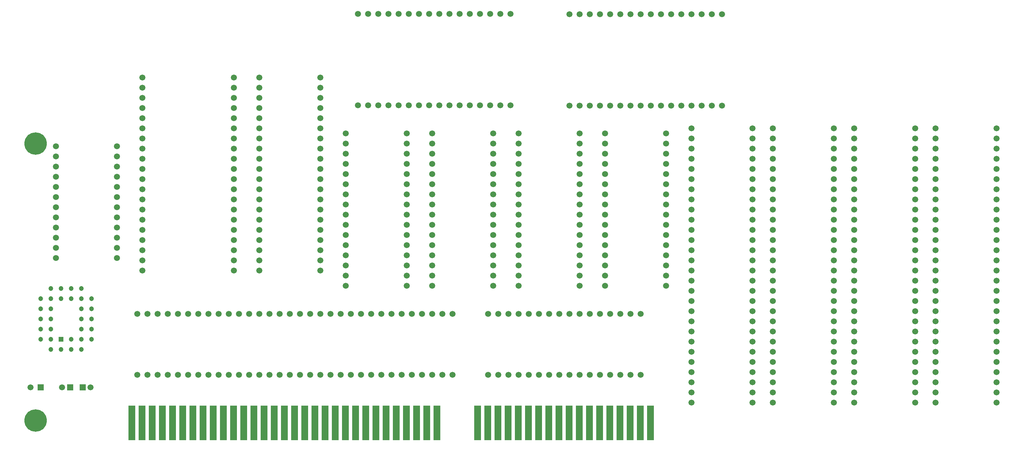
<source format=gbs>
%TF.GenerationSoftware,KiCad,Pcbnew,8.0.5*%
%TF.CreationDate,2024-09-29T20:16:34+02:00*%
%TF.ProjectId,Blitter Board,426c6974-7465-4722-9042-6f6172642e6b,V0*%
%TF.SameCoordinates,PX18392c0PY5563218*%
%TF.FileFunction,Soldermask,Bot*%
%TF.FilePolarity,Negative*%
%FSLAX46Y46*%
G04 Gerber Fmt 4.6, Leading zero omitted, Abs format (unit mm)*
G04 Created by KiCad (PCBNEW 8.0.5) date 2024-09-29 20:16:34*
%MOMM*%
%LPD*%
G01*
G04 APERTURE LIST*
%ADD10C,1.500000*%
%ADD11R,1.500000X1.500000*%
%ADD12R,1.780000X8.620000*%
%ADD13C,1.200000*%
%ADD14R,1.200000X1.200000*%
%ADD15C,5.600000*%
G04 APERTURE END LIST*
D10*
%TO.C,B2*%
X80543000Y32487000D03*
X83083000Y32487000D03*
X85622999Y32487000D03*
X88163000Y32487000D03*
X90703000Y32487000D03*
X93243000Y32487000D03*
X95783000Y32487000D03*
X98323001Y32487000D03*
X100863000Y32487000D03*
X103403000Y32487000D03*
X105943000Y32487000D03*
X108482999Y32487000D03*
X111023000Y32487000D03*
X113563000Y32487000D03*
X116103000Y32487000D03*
X118642999Y32487000D03*
X118642999Y9627000D03*
X116103000Y9627000D03*
X113563000Y9627000D03*
X111023000Y9627000D03*
X108482999Y9627000D03*
X105943000Y9627000D03*
X103403000Y9627000D03*
X100863000Y9627000D03*
X98323001Y9627000D03*
X95783000Y9627000D03*
X93243000Y9627000D03*
X90703000Y9627000D03*
X88163000Y9627000D03*
X85622999Y9627000D03*
X83083000Y9627000D03*
X80543000Y9627000D03*
%TD*%
%TO.C,C2*%
X13727400Y-60960000D03*
D11*
X11727400Y-60960000D03*
%TD*%
D10*
%TO.C,LED1*%
X-1265000Y-60960000D03*
D11*
X1275000Y-60960000D03*
%TD*%
D10*
%TO.C,B16*%
X25400000Y-42545000D03*
X27940000Y-42545000D03*
X30480000Y-42545000D03*
X33020000Y-42545000D03*
X35560000Y-42545000D03*
X38100000Y-42545000D03*
X40640000Y-42545000D03*
X43180000Y-42545000D03*
X45720000Y-42545000D03*
X48260000Y-42545000D03*
X50800000Y-42545000D03*
X53340000Y-42545000D03*
X55880000Y-42545000D03*
X58420000Y-42545000D03*
X60960000Y-42545000D03*
X63500000Y-42545000D03*
X66040000Y-42545000D03*
X68580000Y-42545000D03*
X71120000Y-42545000D03*
X73660000Y-42545000D03*
X76200000Y-42545000D03*
X78740000Y-42545000D03*
X81280000Y-42545000D03*
X83820000Y-42545000D03*
X86360000Y-42545000D03*
X88900000Y-42545000D03*
X91440000Y-42545000D03*
X93980000Y-42545000D03*
X96520000Y-42545000D03*
X99060000Y-42545000D03*
X101600000Y-42545000D03*
X104140000Y-42545000D03*
X104140000Y-57785000D03*
X101600000Y-57785000D03*
X99060000Y-57785000D03*
X96520000Y-57785000D03*
X93980000Y-57785000D03*
X91440000Y-57785000D03*
X88900000Y-57785000D03*
X86360000Y-57785000D03*
X83820000Y-57785000D03*
X81280000Y-57785000D03*
X78740000Y-57785000D03*
X76200000Y-57785000D03*
X73660000Y-57785000D03*
X71120000Y-57785000D03*
X68580000Y-57785000D03*
X66040000Y-57785000D03*
X63500000Y-57785000D03*
X60960000Y-57785000D03*
X58420000Y-57785000D03*
X55880000Y-57785000D03*
X53340000Y-57785000D03*
X50800000Y-57785000D03*
X48260000Y-57785000D03*
X45720000Y-57785000D03*
X43180000Y-57785000D03*
X40640000Y-57785000D03*
X38100000Y-57785000D03*
X35560000Y-57785000D03*
X33020000Y-57785000D03*
X30480000Y-57785000D03*
X27940000Y-57785000D03*
X25400000Y-57785000D03*
%TD*%
%TO.C,B14*%
X199390000Y3810000D03*
X199390000Y1270000D03*
X199390000Y-1270000D03*
X199390000Y-3810000D03*
X199390000Y-6350000D03*
X199390000Y-8890000D03*
X199390000Y-11430000D03*
X199390000Y-13970000D03*
X199390000Y-16510000D03*
X199390000Y-19050000D03*
X199390000Y-21590000D03*
X199390000Y-24130000D03*
X199390000Y-26670000D03*
X199390000Y-29210000D03*
X199390000Y-31750000D03*
X199390000Y-34290000D03*
X199390000Y-36830000D03*
X199390000Y-39370000D03*
X199390000Y-41910000D03*
X199390000Y-44450000D03*
X199390000Y-46990000D03*
X199390000Y-49530000D03*
X199390000Y-52070000D03*
X199390000Y-54610000D03*
X199390000Y-57150000D03*
X199390000Y-59690000D03*
X199390000Y-62230000D03*
X199390000Y-64770000D03*
X184150000Y-64770000D03*
X184150000Y-62230000D03*
X184150000Y-59690001D03*
X184150000Y-57149999D03*
X184150000Y-54610000D03*
X184150000Y-52070000D03*
X184150000Y-49530000D03*
X184150000Y-46989999D03*
X184150000Y-44450000D03*
X184150000Y-41910000D03*
X184150000Y-39370000D03*
X184150000Y-36830001D03*
X184150000Y-34289999D03*
X184150000Y-31750000D03*
X184150000Y-29210000D03*
X184150000Y-26670000D03*
X184150000Y-24129999D03*
X184150000Y-21590000D03*
X184150000Y-19050000D03*
X184150000Y-16510000D03*
X184150000Y-13970001D03*
X184150000Y-11430000D03*
X184150000Y-8890000D03*
X184150000Y-6350000D03*
X184150000Y-3810000D03*
X184150000Y-1269999D03*
X184150000Y1270000D03*
X184150000Y3810000D03*
%TD*%
%TO.C,B7*%
X151130000Y-57785000D03*
X148590000Y-57785000D03*
X146050000Y-57785000D03*
X143510000Y-57785000D03*
X140970000Y-57785000D03*
X138430000Y-57785000D03*
X135890000Y-57785000D03*
X133350000Y-57785000D03*
X130810000Y-57785000D03*
X128270000Y-57785000D03*
X125730000Y-57785000D03*
X123190000Y-57785000D03*
X120650000Y-57785000D03*
X118110000Y-57785000D03*
X115570000Y-57785000D03*
X113030000Y-57785000D03*
X113030000Y-42545000D03*
X115570000Y-42545000D03*
X118110000Y-42545000D03*
X120650000Y-42545000D03*
X123190000Y-42545000D03*
X125730000Y-42545000D03*
X128270000Y-42545000D03*
X130810000Y-42545000D03*
X133350000Y-42545000D03*
X135890000Y-42545000D03*
X138430000Y-42545000D03*
X140970000Y-42545000D03*
X143510000Y-42545000D03*
X146050000Y-42545000D03*
X148590000Y-42545000D03*
X151130000Y-42545000D03*
%TD*%
D12*
%TO.C,J5*%
X153619200Y-69850000D03*
X151079200Y-69850000D03*
X148539200Y-69850000D03*
X145999200Y-69850000D03*
X143459200Y-69850000D03*
X140919200Y-69850000D03*
X138379200Y-69850000D03*
X135839200Y-69850000D03*
X133299200Y-69850000D03*
X130759200Y-69850000D03*
X128219200Y-69850000D03*
X125679200Y-69850000D03*
X123139200Y-69850000D03*
X120599200Y-69850000D03*
X118059200Y-69850000D03*
X115519200Y-69850000D03*
X112979200Y-69850000D03*
X110439200Y-69850000D03*
X100279200Y-69850000D03*
X97739200Y-69850000D03*
X95199200Y-69850000D03*
X92659200Y-69850000D03*
X90119200Y-69850000D03*
X87579200Y-69850000D03*
X85039200Y-69850000D03*
X82499200Y-69850000D03*
X79959200Y-69850000D03*
X77419200Y-69850000D03*
X74879200Y-69850000D03*
X72339200Y-69850000D03*
X69799200Y-69850000D03*
X67259200Y-69850000D03*
X64719200Y-69850000D03*
X62179200Y-69850000D03*
X59639200Y-69850000D03*
X57099200Y-69850000D03*
X54559200Y-69850000D03*
X52019200Y-69850000D03*
X49479200Y-69850000D03*
X46939200Y-69850000D03*
X44399200Y-69850000D03*
X41859200Y-69850000D03*
X39319200Y-69850000D03*
X36779200Y-69850000D03*
X34239200Y-69850000D03*
X31699200Y-69850000D03*
X29159200Y-69850000D03*
X26619200Y-69850000D03*
X24079200Y-69850000D03*
%TD*%
D10*
%TO.C,B8*%
X92710000Y2540000D03*
X92710000Y0D03*
X92710000Y-2540000D03*
X92710000Y-5080000D03*
X92710000Y-7620000D03*
X92710000Y-10160000D03*
X92710000Y-12700000D03*
X92710000Y-15240000D03*
X92710000Y-17780000D03*
X92710000Y-20320000D03*
X92710000Y-22860000D03*
X92710000Y-25400000D03*
X92710000Y-27940000D03*
X92710000Y-30480000D03*
X92710000Y-33020000D03*
X92710000Y-35560000D03*
X77470000Y-35560000D03*
X77470000Y-33020000D03*
X77470000Y-30480000D03*
X77470000Y-27940000D03*
X77470000Y-25400000D03*
X77470000Y-22860000D03*
X77470000Y-20320000D03*
X77470000Y-17780000D03*
X77470000Y-15240000D03*
X77470000Y-12700000D03*
X77470000Y-10160000D03*
X77470000Y-7620000D03*
X77470000Y-5080000D03*
X77470000Y-2540000D03*
X77470000Y0D03*
X77470000Y2540000D03*
%TD*%
%TO.C,B15*%
X157480000Y2540000D03*
X157480000Y0D03*
X157480000Y-2540000D03*
X157480000Y-5080000D03*
X157480000Y-7620000D03*
X157480000Y-10160000D03*
X157480000Y-12700000D03*
X157480000Y-15240000D03*
X157480000Y-17780000D03*
X157480000Y-20320000D03*
X157480000Y-22860000D03*
X157480000Y-25400000D03*
X157480000Y-27940000D03*
X157480000Y-30480000D03*
X157480000Y-33020000D03*
X157480000Y-35560000D03*
X142240000Y-35560000D03*
X142240000Y-33020000D03*
X142240000Y-30480000D03*
X142240000Y-27940000D03*
X142240000Y-25400000D03*
X142240000Y-22860000D03*
X142240000Y-20320000D03*
X142240000Y-17780000D03*
X142240000Y-15240000D03*
X142240000Y-12700000D03*
X142240000Y-10160000D03*
X142240000Y-7620000D03*
X142240000Y-5080000D03*
X142240000Y-2540000D03*
X142240000Y0D03*
X142240000Y2540000D03*
%TD*%
%TO.C,B1*%
X240030000Y3810000D03*
X240030000Y1270000D03*
X240030000Y-1270000D03*
X240030000Y-3810000D03*
X240030000Y-6350000D03*
X240030000Y-8890000D03*
X240030000Y-11430000D03*
X240030000Y-13970000D03*
X240030000Y-16510000D03*
X240030000Y-19050000D03*
X240030000Y-21590000D03*
X240030000Y-24130000D03*
X240030000Y-26670000D03*
X240030000Y-29210000D03*
X240030000Y-31750000D03*
X240030000Y-34290000D03*
X240030000Y-36830000D03*
X240030000Y-39370000D03*
X240030000Y-41910000D03*
X240030000Y-44450000D03*
X240030000Y-46990000D03*
X240030000Y-49530000D03*
X240030000Y-52070000D03*
X240030000Y-54610000D03*
X240030000Y-57150000D03*
X240030000Y-59690000D03*
X240030000Y-62230000D03*
X240030000Y-64770000D03*
X224790000Y-64770000D03*
X224790000Y-62230000D03*
X224790000Y-59690000D03*
X224790000Y-57150000D03*
X224790000Y-54610000D03*
X224790000Y-52070000D03*
X224790000Y-49530000D03*
X224790000Y-46990000D03*
X224790000Y-44450000D03*
X224790000Y-41910000D03*
X224790000Y-39370000D03*
X224790000Y-36830000D03*
X224790000Y-34290000D03*
X224790000Y-31750000D03*
X224790000Y-29210000D03*
X224790000Y-26670000D03*
X224790000Y-24130000D03*
X224790000Y-21590000D03*
X224790000Y-19050000D03*
X224790000Y-16510000D03*
X224790000Y-13970000D03*
X224790000Y-11430000D03*
X224790000Y-8890000D03*
X224790000Y-6350000D03*
X224790000Y-3810000D03*
X224790000Y-1270000D03*
X224790000Y1270000D03*
X224790000Y3810000D03*
%TD*%
%TO.C,C1*%
X6636000Y-60960000D03*
D11*
X8636000Y-60960000D03*
%TD*%
D10*
%TO.C,B5*%
X49530000Y16510000D03*
X49530000Y13970000D03*
X49530000Y11430000D03*
X49530000Y8890000D03*
X49530000Y6350000D03*
X49530000Y3810000D03*
X49530000Y1270000D03*
X49530000Y-1270000D03*
X49530000Y-3810000D03*
X49530000Y-6350000D03*
X49530000Y-8890000D03*
X49530000Y-11430000D03*
X49530000Y-13970000D03*
X49530000Y-16510000D03*
X49530000Y-19050000D03*
X49530000Y-21590000D03*
X49530000Y-24130000D03*
X49530000Y-26670000D03*
X49530000Y-29210000D03*
X49530000Y-31750000D03*
X26670000Y-31750000D03*
X26670000Y-29210000D03*
X26670000Y-26670000D03*
X26670000Y-24130000D03*
X26670000Y-21590000D03*
X26670000Y-19050000D03*
X26670000Y-16510000D03*
X26670000Y-13970000D03*
X26670000Y-11430000D03*
X26670000Y-8890000D03*
X26670000Y-6350000D03*
X26670000Y-3810000D03*
X26670000Y-1270000D03*
X26670000Y1270000D03*
X26670000Y3810000D03*
X26670000Y6350000D03*
X26670000Y8890000D03*
X26670000Y11430000D03*
X26670000Y13970000D03*
X26670000Y16510000D03*
%TD*%
%TO.C,B19*%
X133350000Y32385000D03*
X135890000Y32385000D03*
X138429999Y32385000D03*
X140970000Y32385000D03*
X143510000Y32385000D03*
X146050000Y32385000D03*
X148590000Y32385000D03*
X151130001Y32385000D03*
X153670000Y32385000D03*
X156210000Y32385000D03*
X158750000Y32385000D03*
X161289999Y32385000D03*
X163830000Y32385000D03*
X166370000Y32385000D03*
X168910000Y32385000D03*
X171449999Y32385000D03*
X171449999Y9525000D03*
X168910000Y9525000D03*
X166370000Y9525000D03*
X163830000Y9525000D03*
X161289999Y9525000D03*
X158750000Y9525000D03*
X156210000Y9525000D03*
X153670000Y9525000D03*
X151130001Y9525000D03*
X148590000Y9525000D03*
X146050000Y9525000D03*
X143510000Y9525000D03*
X140970000Y9525000D03*
X138429999Y9525000D03*
X135890000Y9525000D03*
X133350000Y9525000D03*
%TD*%
D13*
%TO.C,IC2*%
X6350000Y-51435000D03*
X3810000Y-48895000D03*
X3810000Y-51435000D03*
X1270000Y-48895000D03*
X3810000Y-46355000D03*
X1270000Y-46355000D03*
X3810000Y-43815000D03*
X1270000Y-43815000D03*
X3810000Y-41275000D03*
X1270000Y-41275000D03*
X3810000Y-38735000D03*
X1270000Y-38735000D03*
X3810000Y-36195000D03*
X6350000Y-38735000D03*
X6350000Y-36195000D03*
X8890000Y-38735000D03*
X8890000Y-36195000D03*
X11430000Y-38735000D03*
X11430000Y-36195000D03*
X13970000Y-38735000D03*
X11430000Y-41275000D03*
X13970000Y-41275000D03*
X11430000Y-43815000D03*
X13970000Y-43815000D03*
X11430000Y-46355000D03*
X13970000Y-46355000D03*
X11430000Y-48895000D03*
X13970000Y-48895000D03*
X11430000Y-51435000D03*
X8890000Y-48895000D03*
X8890000Y-51435000D03*
D14*
X6350000Y-48895000D03*
%TD*%
D15*
%TO.C,H1*%
X0Y0D03*
%TD*%
D10*
%TO.C,B11*%
X114300000Y2540000D03*
X114300000Y0D03*
X114300000Y-2540000D03*
X114300000Y-5080000D03*
X114300000Y-7620000D03*
X114300000Y-10160000D03*
X114300000Y-12700000D03*
X114300000Y-15240000D03*
X114300000Y-17780000D03*
X114300000Y-20320000D03*
X114300000Y-22860000D03*
X114300000Y-25400000D03*
X114300000Y-27940000D03*
X114300000Y-30480000D03*
X114300000Y-33020000D03*
X114300000Y-35560000D03*
X99060000Y-35560000D03*
X99060000Y-33020000D03*
X99060000Y-30480000D03*
X99060000Y-27940000D03*
X99060000Y-25400000D03*
X99060000Y-22860000D03*
X99060000Y-20320000D03*
X99060000Y-17780000D03*
X99060000Y-15240000D03*
X99060000Y-12700000D03*
X99060000Y-10160000D03*
X99060000Y-7620000D03*
X99060000Y-5080000D03*
X99060000Y-2540000D03*
X99060000Y0D03*
X99060000Y2540000D03*
%TD*%
%TO.C,B12*%
X179070000Y3810000D03*
X179070000Y1270000D03*
X179070000Y-1270000D03*
X179070000Y-3810000D03*
X179070000Y-6350000D03*
X179070000Y-8890000D03*
X179070000Y-11430000D03*
X179070000Y-13970000D03*
X179070000Y-16510000D03*
X179070000Y-19050000D03*
X179070000Y-21590000D03*
X179070000Y-24130000D03*
X179070000Y-26670000D03*
X179070000Y-29210000D03*
X179070000Y-31750000D03*
X179070000Y-34290000D03*
X179070000Y-36830000D03*
X179070000Y-39370000D03*
X179070000Y-41910000D03*
X179070000Y-44450000D03*
X179070000Y-46990000D03*
X179070000Y-49530000D03*
X179070000Y-52070000D03*
X179070000Y-54610000D03*
X179070000Y-57150000D03*
X179070000Y-59690000D03*
X179070000Y-62230000D03*
X179070000Y-64770000D03*
X163830000Y-64770000D03*
X163830000Y-62230000D03*
X163830000Y-59690000D03*
X163830000Y-57150000D03*
X163830000Y-54610000D03*
X163830000Y-52070000D03*
X163830000Y-49530000D03*
X163830000Y-46990000D03*
X163830000Y-44450000D03*
X163830000Y-41910000D03*
X163830000Y-39370000D03*
X163830000Y-36830000D03*
X163830000Y-34290000D03*
X163830000Y-31750000D03*
X163830000Y-29210000D03*
X163830000Y-26670000D03*
X163830000Y-24130000D03*
X163830000Y-21590000D03*
X163830000Y-19050000D03*
X163830000Y-16510000D03*
X163830000Y-13970000D03*
X163830000Y-11430000D03*
X163830000Y-8890000D03*
X163830000Y-6350000D03*
X163830000Y-3810000D03*
X163830000Y-1270000D03*
X163830000Y1270000D03*
X163830000Y3810000D03*
%TD*%
%TO.C,B9*%
X135890000Y2540000D03*
X135890000Y0D03*
X135890000Y-2540000D03*
X135890000Y-5080000D03*
X135890000Y-7620000D03*
X135890000Y-10160000D03*
X135890000Y-12700000D03*
X135890000Y-15240000D03*
X135890000Y-17780000D03*
X135890000Y-20320000D03*
X135890000Y-22860000D03*
X135890000Y-25400000D03*
X135890000Y-27940000D03*
X135890000Y-30480000D03*
X135890000Y-33020000D03*
X135890000Y-35560000D03*
X120650000Y-35560000D03*
X120650000Y-33020000D03*
X120650000Y-30480000D03*
X120650000Y-27940000D03*
X120650000Y-25400000D03*
X120650000Y-22860000D03*
X120650000Y-20320000D03*
X120650000Y-17780000D03*
X120650000Y-15240000D03*
X120650000Y-12700000D03*
X120650000Y-10160000D03*
X120650000Y-7620000D03*
X120650000Y-5080000D03*
X120650000Y-2540000D03*
X120650000Y0D03*
X120650000Y2540000D03*
%TD*%
%TO.C,B4*%
X219710000Y3810000D03*
X219710000Y1270000D03*
X219710000Y-1270000D03*
X219710000Y-3810000D03*
X219710000Y-6350000D03*
X219710000Y-8890000D03*
X219710000Y-11430000D03*
X219710000Y-13970000D03*
X219710000Y-16510000D03*
X219710000Y-19050000D03*
X219710000Y-21590000D03*
X219710000Y-24130000D03*
X219710000Y-26670000D03*
X219710000Y-29210000D03*
X219710000Y-31750000D03*
X219710000Y-34290000D03*
X219710000Y-36830000D03*
X219710000Y-39370000D03*
X219710000Y-41910000D03*
X219710000Y-44450000D03*
X219710000Y-46990000D03*
X219710000Y-49530000D03*
X219710000Y-52070000D03*
X219710000Y-54610000D03*
X219710000Y-57150000D03*
X219710000Y-59690000D03*
X219710000Y-62230000D03*
X219710000Y-64770000D03*
X204470000Y-64770000D03*
X204470000Y-62230000D03*
X204470000Y-59690001D03*
X204470000Y-57149999D03*
X204470000Y-54610000D03*
X204470000Y-52070000D03*
X204470000Y-49530000D03*
X204470000Y-46989999D03*
X204470000Y-44450000D03*
X204470000Y-41910000D03*
X204470000Y-39370000D03*
X204470000Y-36830001D03*
X204470000Y-34289999D03*
X204470000Y-31750000D03*
X204470000Y-29210000D03*
X204470000Y-26670000D03*
X204470000Y-24129999D03*
X204470000Y-21590000D03*
X204470000Y-19050000D03*
X204470000Y-16510000D03*
X204470000Y-13970001D03*
X204470000Y-11430000D03*
X204470000Y-8890000D03*
X204470000Y-6350000D03*
X204470000Y-3810000D03*
X204470000Y-1269999D03*
X204470000Y1270000D03*
X204470000Y3810000D03*
%TD*%
%TO.C,B10*%
X20320000Y-635000D03*
X20320000Y-3175000D03*
X20320000Y-5715000D03*
X20320000Y-8255000D03*
X20320000Y-10795000D03*
X20320000Y-13335000D03*
X20320000Y-15875000D03*
X20320000Y-18415000D03*
X20320000Y-20955000D03*
X20320000Y-23495000D03*
X20320000Y-26035000D03*
X20320000Y-28575000D03*
X5080000Y-28575000D03*
X5080000Y-26035000D03*
X5080000Y-23495000D03*
X5080000Y-20955000D03*
X5080000Y-18415000D03*
X5080000Y-15875000D03*
X5080000Y-13335000D03*
X5080000Y-10795000D03*
X5080000Y-8255000D03*
X5080000Y-5715000D03*
X5080000Y-3175000D03*
X5080000Y-635000D03*
%TD*%
D15*
%TO.C,H9*%
X0Y-69215000D03*
%TD*%
D10*
%TO.C,B17*%
X71120000Y16510000D03*
X71120000Y13970000D03*
X71120000Y11430000D03*
X71120000Y8890000D03*
X71120000Y6350000D03*
X71120000Y3810000D03*
X71120000Y1270000D03*
X71120000Y-1270000D03*
X71120000Y-3810000D03*
X71120000Y-6350000D03*
X71120000Y-8890000D03*
X71120000Y-11430000D03*
X71120000Y-13970000D03*
X71120000Y-16510000D03*
X71120000Y-19050000D03*
X71120000Y-21590000D03*
X71120000Y-24130000D03*
X71120000Y-26670000D03*
X71120000Y-29210000D03*
X71120000Y-31750000D03*
X55880000Y-31750000D03*
X55880000Y-29210000D03*
X55880000Y-26670000D03*
X55880000Y-24130000D03*
X55880000Y-21590000D03*
X55880000Y-19050000D03*
X55880000Y-16510000D03*
X55880000Y-13970000D03*
X55880000Y-11430000D03*
X55880000Y-8890000D03*
X55880000Y-6350000D03*
X55880000Y-3810000D03*
X55880000Y-1270000D03*
X55880000Y1270000D03*
X55880000Y3810000D03*
X55880000Y6350000D03*
X55880000Y8890000D03*
X55880000Y11430000D03*
X55880000Y13970000D03*
X55880000Y16510000D03*
%TD*%
M02*

</source>
